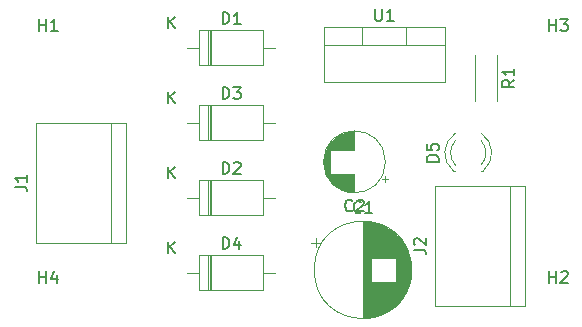
<source format=gbr>
%TF.GenerationSoftware,KiCad,Pcbnew,(5.1.7)-1*%
%TF.CreationDate,2022-10-26T13:15:12+03:00*%
%TF.ProjectId,power supply,706f7765-7220-4737-9570-706c792e6b69,rev?*%
%TF.SameCoordinates,Original*%
%TF.FileFunction,Legend,Top*%
%TF.FilePolarity,Positive*%
%FSLAX46Y46*%
G04 Gerber Fmt 4.6, Leading zero omitted, Abs format (unit mm)*
G04 Created by KiCad (PCBNEW (5.1.7)-1) date 2022-10-26 13:15:12*
%MOMM*%
%LPD*%
G01*
G04 APERTURE LIST*
%ADD10C,0.120000*%
%ADD11C,0.150000*%
G04 APERTURE END LIST*
D10*
%TO.C,U1*%
X138644000Y-71914000D02*
X148884000Y-71914000D01*
X138644000Y-76555000D02*
X148884000Y-76555000D01*
X138644000Y-71914000D02*
X138644000Y-76555000D01*
X148884000Y-71914000D02*
X148884000Y-76555000D01*
X138644000Y-73424000D02*
X148884000Y-73424000D01*
X141914000Y-71914000D02*
X141914000Y-73424000D01*
X145615000Y-71914000D02*
X145615000Y-73424000D01*
%TO.C,R1*%
X153320000Y-74280000D02*
X153320000Y-78120000D01*
X151480000Y-74280000D02*
X151480000Y-78120000D01*
%TO.C,J2*%
X154432000Y-85344000D02*
X154432000Y-95504000D01*
X155702000Y-85344000D02*
X148082000Y-85344000D01*
X148082000Y-85344000D02*
X148082000Y-95504000D01*
X148082000Y-95504000D02*
X155702000Y-95504000D01*
X155702000Y-95504000D02*
X155702000Y-85344000D01*
%TO.C,J1*%
X120650000Y-80010000D02*
X120650000Y-90170000D01*
X121920000Y-80010000D02*
X114300000Y-80010000D01*
X114300000Y-80010000D02*
X114300000Y-90170000D01*
X114300000Y-90170000D02*
X121920000Y-90170000D01*
X121920000Y-90170000D02*
X121920000Y-80010000D01*
%TO.C,D5*%
X151955837Y-81508870D02*
G75*
G02*
X151956000Y-83590961I-1079837J-1041130D01*
G01*
X149796163Y-81508870D02*
G75*
G03*
X149796000Y-83590961I1079837J-1041130D01*
G01*
X151954608Y-80877665D02*
G75*
G02*
X152111516Y-84110000I-1078608J-1672335D01*
G01*
X149797392Y-80877665D02*
G75*
G03*
X149640484Y-84110000I1078608J-1672335D01*
G01*
X149640000Y-84110000D02*
X149796000Y-84110000D01*
X151956000Y-84110000D02*
X152112000Y-84110000D01*
%TO.C,D4*%
X128090000Y-91240000D02*
X128090000Y-94180000D01*
X128090000Y-94180000D02*
X133530000Y-94180000D01*
X133530000Y-94180000D02*
X133530000Y-91240000D01*
X133530000Y-91240000D02*
X128090000Y-91240000D01*
X127070000Y-92710000D02*
X128090000Y-92710000D01*
X134550000Y-92710000D02*
X133530000Y-92710000D01*
X128990000Y-91240000D02*
X128990000Y-94180000D01*
X129110000Y-91240000D02*
X129110000Y-94180000D01*
X128870000Y-91240000D02*
X128870000Y-94180000D01*
%TO.C,D3*%
X128090000Y-78540000D02*
X128090000Y-81480000D01*
X128090000Y-81480000D02*
X133530000Y-81480000D01*
X133530000Y-81480000D02*
X133530000Y-78540000D01*
X133530000Y-78540000D02*
X128090000Y-78540000D01*
X127070000Y-80010000D02*
X128090000Y-80010000D01*
X134550000Y-80010000D02*
X133530000Y-80010000D01*
X128990000Y-78540000D02*
X128990000Y-81480000D01*
X129110000Y-78540000D02*
X129110000Y-81480000D01*
X128870000Y-78540000D02*
X128870000Y-81480000D01*
%TO.C,D2*%
X128090000Y-84890000D02*
X128090000Y-87830000D01*
X128090000Y-87830000D02*
X133530000Y-87830000D01*
X133530000Y-87830000D02*
X133530000Y-84890000D01*
X133530000Y-84890000D02*
X128090000Y-84890000D01*
X127070000Y-86360000D02*
X128090000Y-86360000D01*
X134550000Y-86360000D02*
X133530000Y-86360000D01*
X128990000Y-84890000D02*
X128990000Y-87830000D01*
X129110000Y-84890000D02*
X129110000Y-87830000D01*
X128870000Y-84890000D02*
X128870000Y-87830000D01*
%TO.C,D1*%
X128090000Y-72190000D02*
X128090000Y-75130000D01*
X128090000Y-75130000D02*
X133530000Y-75130000D01*
X133530000Y-75130000D02*
X133530000Y-72190000D01*
X133530000Y-72190000D02*
X128090000Y-72190000D01*
X127070000Y-73660000D02*
X128090000Y-73660000D01*
X134550000Y-73660000D02*
X133530000Y-73660000D01*
X128990000Y-72190000D02*
X128990000Y-75130000D01*
X129110000Y-72190000D02*
X129110000Y-75130000D01*
X128870000Y-72190000D02*
X128870000Y-75130000D01*
%TO.C,C2*%
X143860000Y-83312000D02*
G75*
G03*
X143860000Y-83312000I-2620000J0D01*
G01*
X141240000Y-82272000D02*
X141240000Y-80732000D01*
X141240000Y-85892000D02*
X141240000Y-84352000D01*
X141200000Y-82272000D02*
X141200000Y-80732000D01*
X141200000Y-85892000D02*
X141200000Y-84352000D01*
X141160000Y-85891000D02*
X141160000Y-84352000D01*
X141160000Y-82272000D02*
X141160000Y-80733000D01*
X141120000Y-85890000D02*
X141120000Y-84352000D01*
X141120000Y-82272000D02*
X141120000Y-80734000D01*
X141080000Y-85888000D02*
X141080000Y-84352000D01*
X141080000Y-82272000D02*
X141080000Y-80736000D01*
X141040000Y-85885000D02*
X141040000Y-84352000D01*
X141040000Y-82272000D02*
X141040000Y-80739000D01*
X141000000Y-85881000D02*
X141000000Y-84352000D01*
X141000000Y-82272000D02*
X141000000Y-80743000D01*
X140960000Y-85877000D02*
X140960000Y-84352000D01*
X140960000Y-82272000D02*
X140960000Y-80747000D01*
X140920000Y-85873000D02*
X140920000Y-84352000D01*
X140920000Y-82272000D02*
X140920000Y-80751000D01*
X140880000Y-85868000D02*
X140880000Y-84352000D01*
X140880000Y-82272000D02*
X140880000Y-80756000D01*
X140840000Y-85862000D02*
X140840000Y-84352000D01*
X140840000Y-82272000D02*
X140840000Y-80762000D01*
X140800000Y-85855000D02*
X140800000Y-84352000D01*
X140800000Y-82272000D02*
X140800000Y-80769000D01*
X140760000Y-85848000D02*
X140760000Y-84352000D01*
X140760000Y-82272000D02*
X140760000Y-80776000D01*
X140720000Y-85840000D02*
X140720000Y-84352000D01*
X140720000Y-82272000D02*
X140720000Y-80784000D01*
X140680000Y-85832000D02*
X140680000Y-84352000D01*
X140680000Y-82272000D02*
X140680000Y-80792000D01*
X140640000Y-85823000D02*
X140640000Y-84352000D01*
X140640000Y-82272000D02*
X140640000Y-80801000D01*
X140600000Y-85813000D02*
X140600000Y-84352000D01*
X140600000Y-82272000D02*
X140600000Y-80811000D01*
X140560000Y-85803000D02*
X140560000Y-84352000D01*
X140560000Y-82272000D02*
X140560000Y-80821000D01*
X140519000Y-85792000D02*
X140519000Y-84352000D01*
X140519000Y-82272000D02*
X140519000Y-80832000D01*
X140479000Y-85780000D02*
X140479000Y-84352000D01*
X140479000Y-82272000D02*
X140479000Y-80844000D01*
X140439000Y-85767000D02*
X140439000Y-84352000D01*
X140439000Y-82272000D02*
X140439000Y-80857000D01*
X140399000Y-85754000D02*
X140399000Y-84352000D01*
X140399000Y-82272000D02*
X140399000Y-80870000D01*
X140359000Y-85740000D02*
X140359000Y-84352000D01*
X140359000Y-82272000D02*
X140359000Y-80884000D01*
X140319000Y-85726000D02*
X140319000Y-84352000D01*
X140319000Y-82272000D02*
X140319000Y-80898000D01*
X140279000Y-85710000D02*
X140279000Y-84352000D01*
X140279000Y-82272000D02*
X140279000Y-80914000D01*
X140239000Y-85694000D02*
X140239000Y-84352000D01*
X140239000Y-82272000D02*
X140239000Y-80930000D01*
X140199000Y-85677000D02*
X140199000Y-84352000D01*
X140199000Y-82272000D02*
X140199000Y-80947000D01*
X140159000Y-85660000D02*
X140159000Y-84352000D01*
X140159000Y-82272000D02*
X140159000Y-80964000D01*
X140119000Y-85641000D02*
X140119000Y-84352000D01*
X140119000Y-82272000D02*
X140119000Y-80983000D01*
X140079000Y-85622000D02*
X140079000Y-84352000D01*
X140079000Y-82272000D02*
X140079000Y-81002000D01*
X140039000Y-85602000D02*
X140039000Y-84352000D01*
X140039000Y-82272000D02*
X140039000Y-81022000D01*
X139999000Y-85580000D02*
X139999000Y-84352000D01*
X139999000Y-82272000D02*
X139999000Y-81044000D01*
X139959000Y-85559000D02*
X139959000Y-84352000D01*
X139959000Y-82272000D02*
X139959000Y-81065000D01*
X139919000Y-85536000D02*
X139919000Y-84352000D01*
X139919000Y-82272000D02*
X139919000Y-81088000D01*
X139879000Y-85512000D02*
X139879000Y-84352000D01*
X139879000Y-82272000D02*
X139879000Y-81112000D01*
X139839000Y-85487000D02*
X139839000Y-84352000D01*
X139839000Y-82272000D02*
X139839000Y-81137000D01*
X139799000Y-85461000D02*
X139799000Y-84352000D01*
X139799000Y-82272000D02*
X139799000Y-81163000D01*
X139759000Y-85434000D02*
X139759000Y-84352000D01*
X139759000Y-82272000D02*
X139759000Y-81190000D01*
X139719000Y-85407000D02*
X139719000Y-84352000D01*
X139719000Y-82272000D02*
X139719000Y-81217000D01*
X139679000Y-85377000D02*
X139679000Y-84352000D01*
X139679000Y-82272000D02*
X139679000Y-81247000D01*
X139639000Y-85347000D02*
X139639000Y-84352000D01*
X139639000Y-82272000D02*
X139639000Y-81277000D01*
X139599000Y-85316000D02*
X139599000Y-84352000D01*
X139599000Y-82272000D02*
X139599000Y-81308000D01*
X139559000Y-85283000D02*
X139559000Y-84352000D01*
X139559000Y-82272000D02*
X139559000Y-81341000D01*
X139519000Y-85249000D02*
X139519000Y-84352000D01*
X139519000Y-82272000D02*
X139519000Y-81375000D01*
X139479000Y-85213000D02*
X139479000Y-84352000D01*
X139479000Y-82272000D02*
X139479000Y-81411000D01*
X139439000Y-85176000D02*
X139439000Y-84352000D01*
X139439000Y-82272000D02*
X139439000Y-81448000D01*
X139399000Y-85138000D02*
X139399000Y-84352000D01*
X139399000Y-82272000D02*
X139399000Y-81486000D01*
X139359000Y-85097000D02*
X139359000Y-84352000D01*
X139359000Y-82272000D02*
X139359000Y-81527000D01*
X139319000Y-85055000D02*
X139319000Y-84352000D01*
X139319000Y-82272000D02*
X139319000Y-81569000D01*
X139279000Y-85011000D02*
X139279000Y-84352000D01*
X139279000Y-82272000D02*
X139279000Y-81613000D01*
X139239000Y-84965000D02*
X139239000Y-84352000D01*
X139239000Y-82272000D02*
X139239000Y-81659000D01*
X139199000Y-84917000D02*
X139199000Y-81707000D01*
X139159000Y-84866000D02*
X139159000Y-81758000D01*
X139119000Y-84812000D02*
X139119000Y-81812000D01*
X139079000Y-84755000D02*
X139079000Y-81869000D01*
X139039000Y-84695000D02*
X139039000Y-81929000D01*
X138999000Y-84631000D02*
X138999000Y-81993000D01*
X138959000Y-84563000D02*
X138959000Y-82061000D01*
X138919000Y-84490000D02*
X138919000Y-82134000D01*
X138879000Y-84410000D02*
X138879000Y-82214000D01*
X138839000Y-84323000D02*
X138839000Y-82301000D01*
X138799000Y-84227000D02*
X138799000Y-82397000D01*
X138759000Y-84117000D02*
X138759000Y-82507000D01*
X138719000Y-83989000D02*
X138719000Y-82635000D01*
X138679000Y-83830000D02*
X138679000Y-82794000D01*
X138639000Y-83596000D02*
X138639000Y-83028000D01*
X144044775Y-84787000D02*
X143544775Y-84787000D01*
X143794775Y-85037000D02*
X143794775Y-84537000D01*
%TO.C,C1*%
X146078000Y-92456000D02*
G75*
G03*
X146078000Y-92456000I-4120000J0D01*
G01*
X141958000Y-88376000D02*
X141958000Y-96536000D01*
X141998000Y-88376000D02*
X141998000Y-96536000D01*
X142038000Y-88376000D02*
X142038000Y-96536000D01*
X142078000Y-88377000D02*
X142078000Y-96535000D01*
X142118000Y-88379000D02*
X142118000Y-96533000D01*
X142158000Y-88380000D02*
X142158000Y-96532000D01*
X142198000Y-88382000D02*
X142198000Y-96530000D01*
X142238000Y-88385000D02*
X142238000Y-96527000D01*
X142278000Y-88388000D02*
X142278000Y-96524000D01*
X142318000Y-88391000D02*
X142318000Y-96521000D01*
X142358000Y-88395000D02*
X142358000Y-96517000D01*
X142398000Y-88399000D02*
X142398000Y-96513000D01*
X142438000Y-88404000D02*
X142438000Y-96508000D01*
X142478000Y-88408000D02*
X142478000Y-96504000D01*
X142518000Y-88414000D02*
X142518000Y-96498000D01*
X142558000Y-88419000D02*
X142558000Y-96493000D01*
X142598000Y-88426000D02*
X142598000Y-96486000D01*
X142638000Y-88432000D02*
X142638000Y-96480000D01*
X142679000Y-88439000D02*
X142679000Y-91416000D01*
X142679000Y-93496000D02*
X142679000Y-96473000D01*
X142719000Y-88446000D02*
X142719000Y-91416000D01*
X142719000Y-93496000D02*
X142719000Y-96466000D01*
X142759000Y-88454000D02*
X142759000Y-91416000D01*
X142759000Y-93496000D02*
X142759000Y-96458000D01*
X142799000Y-88462000D02*
X142799000Y-91416000D01*
X142799000Y-93496000D02*
X142799000Y-96450000D01*
X142839000Y-88471000D02*
X142839000Y-91416000D01*
X142839000Y-93496000D02*
X142839000Y-96441000D01*
X142879000Y-88480000D02*
X142879000Y-91416000D01*
X142879000Y-93496000D02*
X142879000Y-96432000D01*
X142919000Y-88489000D02*
X142919000Y-91416000D01*
X142919000Y-93496000D02*
X142919000Y-96423000D01*
X142959000Y-88499000D02*
X142959000Y-91416000D01*
X142959000Y-93496000D02*
X142959000Y-96413000D01*
X142999000Y-88509000D02*
X142999000Y-91416000D01*
X142999000Y-93496000D02*
X142999000Y-96403000D01*
X143039000Y-88520000D02*
X143039000Y-91416000D01*
X143039000Y-93496000D02*
X143039000Y-96392000D01*
X143079000Y-88531000D02*
X143079000Y-91416000D01*
X143079000Y-93496000D02*
X143079000Y-96381000D01*
X143119000Y-88542000D02*
X143119000Y-91416000D01*
X143119000Y-93496000D02*
X143119000Y-96370000D01*
X143159000Y-88554000D02*
X143159000Y-91416000D01*
X143159000Y-93496000D02*
X143159000Y-96358000D01*
X143199000Y-88567000D02*
X143199000Y-91416000D01*
X143199000Y-93496000D02*
X143199000Y-96345000D01*
X143239000Y-88579000D02*
X143239000Y-91416000D01*
X143239000Y-93496000D02*
X143239000Y-96333000D01*
X143279000Y-88593000D02*
X143279000Y-91416000D01*
X143279000Y-93496000D02*
X143279000Y-96319000D01*
X143319000Y-88606000D02*
X143319000Y-91416000D01*
X143319000Y-93496000D02*
X143319000Y-96306000D01*
X143359000Y-88621000D02*
X143359000Y-91416000D01*
X143359000Y-93496000D02*
X143359000Y-96291000D01*
X143399000Y-88635000D02*
X143399000Y-91416000D01*
X143399000Y-93496000D02*
X143399000Y-96277000D01*
X143439000Y-88651000D02*
X143439000Y-91416000D01*
X143439000Y-93496000D02*
X143439000Y-96261000D01*
X143479000Y-88666000D02*
X143479000Y-91416000D01*
X143479000Y-93496000D02*
X143479000Y-96246000D01*
X143519000Y-88682000D02*
X143519000Y-91416000D01*
X143519000Y-93496000D02*
X143519000Y-96230000D01*
X143559000Y-88699000D02*
X143559000Y-91416000D01*
X143559000Y-93496000D02*
X143559000Y-96213000D01*
X143599000Y-88716000D02*
X143599000Y-91416000D01*
X143599000Y-93496000D02*
X143599000Y-96196000D01*
X143639000Y-88734000D02*
X143639000Y-91416000D01*
X143639000Y-93496000D02*
X143639000Y-96178000D01*
X143679000Y-88752000D02*
X143679000Y-91416000D01*
X143679000Y-93496000D02*
X143679000Y-96160000D01*
X143719000Y-88770000D02*
X143719000Y-91416000D01*
X143719000Y-93496000D02*
X143719000Y-96142000D01*
X143759000Y-88790000D02*
X143759000Y-91416000D01*
X143759000Y-93496000D02*
X143759000Y-96122000D01*
X143799000Y-88809000D02*
X143799000Y-91416000D01*
X143799000Y-93496000D02*
X143799000Y-96103000D01*
X143839000Y-88829000D02*
X143839000Y-91416000D01*
X143839000Y-93496000D02*
X143839000Y-96083000D01*
X143879000Y-88850000D02*
X143879000Y-91416000D01*
X143879000Y-93496000D02*
X143879000Y-96062000D01*
X143919000Y-88872000D02*
X143919000Y-91416000D01*
X143919000Y-93496000D02*
X143919000Y-96040000D01*
X143959000Y-88894000D02*
X143959000Y-91416000D01*
X143959000Y-93496000D02*
X143959000Y-96018000D01*
X143999000Y-88916000D02*
X143999000Y-91416000D01*
X143999000Y-93496000D02*
X143999000Y-95996000D01*
X144039000Y-88939000D02*
X144039000Y-91416000D01*
X144039000Y-93496000D02*
X144039000Y-95973000D01*
X144079000Y-88963000D02*
X144079000Y-91416000D01*
X144079000Y-93496000D02*
X144079000Y-95949000D01*
X144119000Y-88987000D02*
X144119000Y-91416000D01*
X144119000Y-93496000D02*
X144119000Y-95925000D01*
X144159000Y-89012000D02*
X144159000Y-91416000D01*
X144159000Y-93496000D02*
X144159000Y-95900000D01*
X144199000Y-89038000D02*
X144199000Y-91416000D01*
X144199000Y-93496000D02*
X144199000Y-95874000D01*
X144239000Y-89064000D02*
X144239000Y-91416000D01*
X144239000Y-93496000D02*
X144239000Y-95848000D01*
X144279000Y-89091000D02*
X144279000Y-91416000D01*
X144279000Y-93496000D02*
X144279000Y-95821000D01*
X144319000Y-89118000D02*
X144319000Y-91416000D01*
X144319000Y-93496000D02*
X144319000Y-95794000D01*
X144359000Y-89147000D02*
X144359000Y-91416000D01*
X144359000Y-93496000D02*
X144359000Y-95765000D01*
X144399000Y-89176000D02*
X144399000Y-91416000D01*
X144399000Y-93496000D02*
X144399000Y-95736000D01*
X144439000Y-89206000D02*
X144439000Y-91416000D01*
X144439000Y-93496000D02*
X144439000Y-95706000D01*
X144479000Y-89236000D02*
X144479000Y-91416000D01*
X144479000Y-93496000D02*
X144479000Y-95676000D01*
X144519000Y-89267000D02*
X144519000Y-91416000D01*
X144519000Y-93496000D02*
X144519000Y-95645000D01*
X144559000Y-89300000D02*
X144559000Y-91416000D01*
X144559000Y-93496000D02*
X144559000Y-95612000D01*
X144599000Y-89332000D02*
X144599000Y-91416000D01*
X144599000Y-93496000D02*
X144599000Y-95580000D01*
X144639000Y-89366000D02*
X144639000Y-91416000D01*
X144639000Y-93496000D02*
X144639000Y-95546000D01*
X144679000Y-89401000D02*
X144679000Y-91416000D01*
X144679000Y-93496000D02*
X144679000Y-95511000D01*
X144719000Y-89437000D02*
X144719000Y-91416000D01*
X144719000Y-93496000D02*
X144719000Y-95475000D01*
X144759000Y-89473000D02*
X144759000Y-95439000D01*
X144799000Y-89511000D02*
X144799000Y-95401000D01*
X144839000Y-89549000D02*
X144839000Y-95363000D01*
X144879000Y-89589000D02*
X144879000Y-95323000D01*
X144919000Y-89630000D02*
X144919000Y-95282000D01*
X144959000Y-89672000D02*
X144959000Y-95240000D01*
X144999000Y-89715000D02*
X144999000Y-95197000D01*
X145039000Y-89759000D02*
X145039000Y-95153000D01*
X145079000Y-89805000D02*
X145079000Y-95107000D01*
X145119000Y-89852000D02*
X145119000Y-95060000D01*
X145159000Y-89900000D02*
X145159000Y-95012000D01*
X145199000Y-89951000D02*
X145199000Y-94961000D01*
X145239000Y-90002000D02*
X145239000Y-94910000D01*
X145279000Y-90056000D02*
X145279000Y-94856000D01*
X145319000Y-90111000D02*
X145319000Y-94801000D01*
X145359000Y-90169000D02*
X145359000Y-94743000D01*
X145399000Y-90228000D02*
X145399000Y-94684000D01*
X145439000Y-90290000D02*
X145439000Y-94622000D01*
X145479000Y-90354000D02*
X145479000Y-94558000D01*
X145519000Y-90422000D02*
X145519000Y-94490000D01*
X145559000Y-90492000D02*
X145559000Y-94420000D01*
X145599000Y-90566000D02*
X145599000Y-94346000D01*
X145639000Y-90643000D02*
X145639000Y-94269000D01*
X145679000Y-90725000D02*
X145679000Y-94187000D01*
X145719000Y-90811000D02*
X145719000Y-94101000D01*
X145759000Y-90904000D02*
X145759000Y-94008000D01*
X145799000Y-91003000D02*
X145799000Y-93909000D01*
X145839000Y-91110000D02*
X145839000Y-93802000D01*
X145879000Y-91227000D02*
X145879000Y-93685000D01*
X145919000Y-91358000D02*
X145919000Y-93554000D01*
X145959000Y-91508000D02*
X145959000Y-93404000D01*
X145999000Y-91688000D02*
X145999000Y-93224000D01*
X146039000Y-91923000D02*
X146039000Y-92989000D01*
X137548302Y-90141000D02*
X138348302Y-90141000D01*
X137948302Y-89741000D02*
X137948302Y-90541000D01*
%TO.C,U1*%
D11*
X143002095Y-70366380D02*
X143002095Y-71175904D01*
X143049714Y-71271142D01*
X143097333Y-71318761D01*
X143192571Y-71366380D01*
X143383047Y-71366380D01*
X143478285Y-71318761D01*
X143525904Y-71271142D01*
X143573523Y-71175904D01*
X143573523Y-70366380D01*
X144573523Y-71366380D02*
X144002095Y-71366380D01*
X144287809Y-71366380D02*
X144287809Y-70366380D01*
X144192571Y-70509238D01*
X144097333Y-70604476D01*
X144002095Y-70652095D01*
%TO.C,R1*%
X154772380Y-76366666D02*
X154296190Y-76700000D01*
X154772380Y-76938095D02*
X153772380Y-76938095D01*
X153772380Y-76557142D01*
X153820000Y-76461904D01*
X153867619Y-76414285D01*
X153962857Y-76366666D01*
X154105714Y-76366666D01*
X154200952Y-76414285D01*
X154248571Y-76461904D01*
X154296190Y-76557142D01*
X154296190Y-76938095D01*
X154772380Y-75414285D02*
X154772380Y-75985714D01*
X154772380Y-75700000D02*
X153772380Y-75700000D01*
X153915238Y-75795238D01*
X154010476Y-75890476D01*
X154058095Y-75985714D01*
%TO.C,J2*%
X146264380Y-90757333D02*
X146978666Y-90757333D01*
X147121523Y-90804952D01*
X147216761Y-90900190D01*
X147264380Y-91043047D01*
X147264380Y-91138285D01*
X146359619Y-90328761D02*
X146312000Y-90281142D01*
X146264380Y-90185904D01*
X146264380Y-89947809D01*
X146312000Y-89852571D01*
X146359619Y-89804952D01*
X146454857Y-89757333D01*
X146550095Y-89757333D01*
X146692952Y-89804952D01*
X147264380Y-90376380D01*
X147264380Y-89757333D01*
%TO.C,J1*%
X112482380Y-85423333D02*
X113196666Y-85423333D01*
X113339523Y-85470952D01*
X113434761Y-85566190D01*
X113482380Y-85709047D01*
X113482380Y-85804285D01*
X113482380Y-84423333D02*
X113482380Y-84994761D01*
X113482380Y-84709047D02*
X112482380Y-84709047D01*
X112625238Y-84804285D01*
X112720476Y-84899523D01*
X112768095Y-84994761D01*
%TO.C,H4*%
X114554095Y-93564380D02*
X114554095Y-92564380D01*
X114554095Y-93040571D02*
X115125523Y-93040571D01*
X115125523Y-93564380D02*
X115125523Y-92564380D01*
X116030285Y-92897714D02*
X116030285Y-93564380D01*
X115792190Y-92516761D02*
X115554095Y-93231047D01*
X116173142Y-93231047D01*
%TO.C,H3*%
X157734095Y-72228380D02*
X157734095Y-71228380D01*
X157734095Y-71704571D02*
X158305523Y-71704571D01*
X158305523Y-72228380D02*
X158305523Y-71228380D01*
X158686476Y-71228380D02*
X159305523Y-71228380D01*
X158972190Y-71609333D01*
X159115047Y-71609333D01*
X159210285Y-71656952D01*
X159257904Y-71704571D01*
X159305523Y-71799809D01*
X159305523Y-72037904D01*
X159257904Y-72133142D01*
X159210285Y-72180761D01*
X159115047Y-72228380D01*
X158829333Y-72228380D01*
X158734095Y-72180761D01*
X158686476Y-72133142D01*
%TO.C,H2*%
X157734095Y-93564380D02*
X157734095Y-92564380D01*
X157734095Y-93040571D02*
X158305523Y-93040571D01*
X158305523Y-93564380D02*
X158305523Y-92564380D01*
X158734095Y-92659619D02*
X158781714Y-92612000D01*
X158876952Y-92564380D01*
X159115047Y-92564380D01*
X159210285Y-92612000D01*
X159257904Y-92659619D01*
X159305523Y-92754857D01*
X159305523Y-92850095D01*
X159257904Y-92992952D01*
X158686476Y-93564380D01*
X159305523Y-93564380D01*
%TO.C,H1*%
X114554095Y-72228380D02*
X114554095Y-71228380D01*
X114554095Y-71704571D02*
X115125523Y-71704571D01*
X115125523Y-72228380D02*
X115125523Y-71228380D01*
X116125523Y-72228380D02*
X115554095Y-72228380D01*
X115839809Y-72228380D02*
X115839809Y-71228380D01*
X115744571Y-71371238D01*
X115649333Y-71466476D01*
X115554095Y-71514095D01*
%TO.C,D5*%
X148368380Y-83288095D02*
X147368380Y-83288095D01*
X147368380Y-83050000D01*
X147416000Y-82907142D01*
X147511238Y-82811904D01*
X147606476Y-82764285D01*
X147796952Y-82716666D01*
X147939809Y-82716666D01*
X148130285Y-82764285D01*
X148225523Y-82811904D01*
X148320761Y-82907142D01*
X148368380Y-83050000D01*
X148368380Y-83288095D01*
X147368380Y-81811904D02*
X147368380Y-82288095D01*
X147844571Y-82335714D01*
X147796952Y-82288095D01*
X147749333Y-82192857D01*
X147749333Y-81954761D01*
X147796952Y-81859523D01*
X147844571Y-81811904D01*
X147939809Y-81764285D01*
X148177904Y-81764285D01*
X148273142Y-81811904D01*
X148320761Y-81859523D01*
X148368380Y-81954761D01*
X148368380Y-82192857D01*
X148320761Y-82288095D01*
X148273142Y-82335714D01*
%TO.C,D4*%
X130071904Y-90692380D02*
X130071904Y-89692380D01*
X130310000Y-89692380D01*
X130452857Y-89740000D01*
X130548095Y-89835238D01*
X130595714Y-89930476D01*
X130643333Y-90120952D01*
X130643333Y-90263809D01*
X130595714Y-90454285D01*
X130548095Y-90549523D01*
X130452857Y-90644761D01*
X130310000Y-90692380D01*
X130071904Y-90692380D01*
X131500476Y-90025714D02*
X131500476Y-90692380D01*
X131262380Y-89644761D02*
X131024285Y-90359047D01*
X131643333Y-90359047D01*
X125468095Y-91062380D02*
X125468095Y-90062380D01*
X126039523Y-91062380D02*
X125610952Y-90490952D01*
X126039523Y-90062380D02*
X125468095Y-90633809D01*
%TO.C,D3*%
X130071904Y-77992380D02*
X130071904Y-76992380D01*
X130310000Y-76992380D01*
X130452857Y-77040000D01*
X130548095Y-77135238D01*
X130595714Y-77230476D01*
X130643333Y-77420952D01*
X130643333Y-77563809D01*
X130595714Y-77754285D01*
X130548095Y-77849523D01*
X130452857Y-77944761D01*
X130310000Y-77992380D01*
X130071904Y-77992380D01*
X130976666Y-76992380D02*
X131595714Y-76992380D01*
X131262380Y-77373333D01*
X131405238Y-77373333D01*
X131500476Y-77420952D01*
X131548095Y-77468571D01*
X131595714Y-77563809D01*
X131595714Y-77801904D01*
X131548095Y-77897142D01*
X131500476Y-77944761D01*
X131405238Y-77992380D01*
X131119523Y-77992380D01*
X131024285Y-77944761D01*
X130976666Y-77897142D01*
X125468095Y-78362380D02*
X125468095Y-77362380D01*
X126039523Y-78362380D02*
X125610952Y-77790952D01*
X126039523Y-77362380D02*
X125468095Y-77933809D01*
%TO.C,D2*%
X130071904Y-84342380D02*
X130071904Y-83342380D01*
X130310000Y-83342380D01*
X130452857Y-83390000D01*
X130548095Y-83485238D01*
X130595714Y-83580476D01*
X130643333Y-83770952D01*
X130643333Y-83913809D01*
X130595714Y-84104285D01*
X130548095Y-84199523D01*
X130452857Y-84294761D01*
X130310000Y-84342380D01*
X130071904Y-84342380D01*
X131024285Y-83437619D02*
X131071904Y-83390000D01*
X131167142Y-83342380D01*
X131405238Y-83342380D01*
X131500476Y-83390000D01*
X131548095Y-83437619D01*
X131595714Y-83532857D01*
X131595714Y-83628095D01*
X131548095Y-83770952D01*
X130976666Y-84342380D01*
X131595714Y-84342380D01*
X125468095Y-84712380D02*
X125468095Y-83712380D01*
X126039523Y-84712380D02*
X125610952Y-84140952D01*
X126039523Y-83712380D02*
X125468095Y-84283809D01*
%TO.C,D1*%
X130071904Y-71642380D02*
X130071904Y-70642380D01*
X130310000Y-70642380D01*
X130452857Y-70690000D01*
X130548095Y-70785238D01*
X130595714Y-70880476D01*
X130643333Y-71070952D01*
X130643333Y-71213809D01*
X130595714Y-71404285D01*
X130548095Y-71499523D01*
X130452857Y-71594761D01*
X130310000Y-71642380D01*
X130071904Y-71642380D01*
X131595714Y-71642380D02*
X131024285Y-71642380D01*
X131310000Y-71642380D02*
X131310000Y-70642380D01*
X131214761Y-70785238D01*
X131119523Y-70880476D01*
X131024285Y-70928095D01*
X125468095Y-72012380D02*
X125468095Y-71012380D01*
X126039523Y-72012380D02*
X125610952Y-71440952D01*
X126039523Y-71012380D02*
X125468095Y-71583809D01*
%TO.C,C2*%
X141073333Y-87419142D02*
X141025714Y-87466761D01*
X140882857Y-87514380D01*
X140787619Y-87514380D01*
X140644761Y-87466761D01*
X140549523Y-87371523D01*
X140501904Y-87276285D01*
X140454285Y-87085809D01*
X140454285Y-86942952D01*
X140501904Y-86752476D01*
X140549523Y-86657238D01*
X140644761Y-86562000D01*
X140787619Y-86514380D01*
X140882857Y-86514380D01*
X141025714Y-86562000D01*
X141073333Y-86609619D01*
X141454285Y-86609619D02*
X141501904Y-86562000D01*
X141597142Y-86514380D01*
X141835238Y-86514380D01*
X141930476Y-86562000D01*
X141978095Y-86609619D01*
X142025714Y-86704857D01*
X142025714Y-86800095D01*
X141978095Y-86942952D01*
X141406666Y-87514380D01*
X142025714Y-87514380D01*
%TO.C,C1*%
X141791333Y-87563142D02*
X141743714Y-87610761D01*
X141600857Y-87658380D01*
X141505619Y-87658380D01*
X141362761Y-87610761D01*
X141267523Y-87515523D01*
X141219904Y-87420285D01*
X141172285Y-87229809D01*
X141172285Y-87086952D01*
X141219904Y-86896476D01*
X141267523Y-86801238D01*
X141362761Y-86706000D01*
X141505619Y-86658380D01*
X141600857Y-86658380D01*
X141743714Y-86706000D01*
X141791333Y-86753619D01*
X142743714Y-87658380D02*
X142172285Y-87658380D01*
X142458000Y-87658380D02*
X142458000Y-86658380D01*
X142362761Y-86801238D01*
X142267523Y-86896476D01*
X142172285Y-86944095D01*
%TD*%
M02*

</source>
